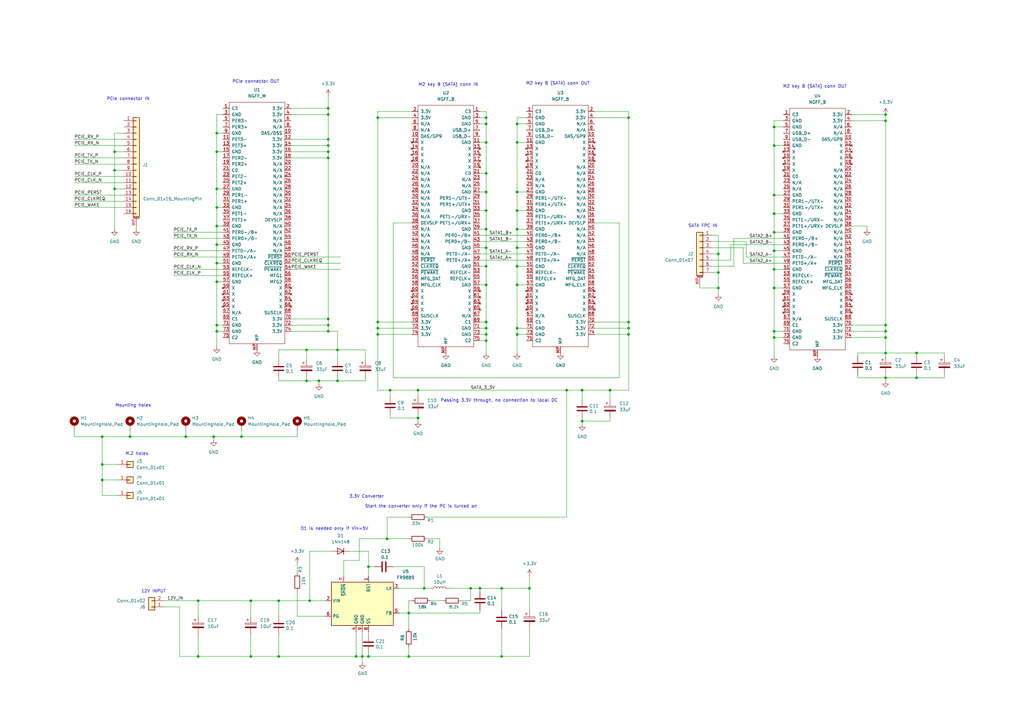
<source format=kicad_sch>
(kicad_sch (version 20250114) (generator "eeschema") (generator_version "9.0")
  (paper "A3")
  (text "PCIe connector OUT" (at 104.902 33.528 0) (effects (font (size 1.27 1.27))))
  (text "M2 key B (SATA) conn OUT" (at 334.264 35.56 0) (effects (font (size 1.27 1.27))))
  (text "Start the converter only if the PC is turned on" (at 172.72 207.772 0) (effects (font (size 1.27 1.27))))
  (text "M2 key B (SATA) conn OUT" (at 228.854 34.29 0) (effects (font (size 1.27 1.27))))
  (text "3.3V Converter" (at 150.368 203.708 0) (effects (font (size 1.27 1.27))))
  (text "Passing 3.3V through, no connection to local DC" (at 204.724 164.338 0) (effects (font (size 1.27 1.27))))
  (text "12V INPUT" (at 62.992 242.57 0) (effects (font (size 1.27 1.27))))
  (text "PCIe connector IN" (at 52.578 40.64 0) (effects (font (size 1.27 1.27))))
  (text "M.2 holes" (at 56.134 186.182 0) (effects (font (size 1.27 1.27))))
  (text "D1 is needed only if Vin=5V" (at 137.16 216.916 0) (effects (font (size 1.27 1.27))))
  (text "M2 key B (SATA) conn IN" (at 183.896 34.798 0) (effects (font (size 1.27 1.27))))
  (text "Mounting holes" (at 54.61 166.37 0) (effects (font (size 1.27 1.27))))
  (text "SATA FPC IN" (at 288.29 92.71 0) (effects (font (size 1.27 1.27))))
  (junction (at 199.39 101.6))
  (junction (at 294.64 104.14))
  (junction (at 212.09 86.36))
  (junction (at 125.73 143.51))
  (junction (at 205.74 241.3))
  (junction (at 199.39 71.12))
  (junction (at 199.39 116.84))
  (junction (at 88.9 133.35))
  (junction (at 127 246.38))
  (junction (at 134.62 133.35))
  (junction (at 154.94 134.62))
  (junction (at 146.05 269.24))
  (junction (at 81.28 269.24))
  (junction (at 53.34 179.07))
  (junction (at 199.39 48.26))
  (junction (at 148.59 269.24))
  (junction (at 212.09 58.42))
  (junction (at 134.62 135.89))
  (junction (at 88.9 107.95))
  (junction (at 114.3 246.38))
  (junction (at 154.94 48.26))
  (junction (at 294.64 118.11))
  (junction (at 114.3 269.24))
  (junction (at 134.62 44.45))
  (junction (at 257.81 132.08))
  (junction (at 199.39 50.8))
  (junction (at 130.81 156.21))
  (junction (at 199.39 58.42))
  (junction (at 134.62 57.15))
  (junction (at 171.45 160.02))
  (junction (at 317.5 102.87))
  (junction (at 41.91 190.5))
  (junction (at 238.76 160.02))
  (junction (at 212.09 93.98))
  (junction (at 76.2 179.07))
  (junction (at 363.22 49.53))
  (junction (at 250.19 160.02))
  (junction (at 160.02 160.02))
  (junction (at 363.22 133.35))
  (junction (at 257.81 134.62))
  (junction (at 193.04 241.3))
  (junction (at 46.99 62.23))
  (junction (at 134.62 64.77))
  (junction (at 199.39 132.08))
  (junction (at 134.62 59.69))
  (junction (at 317.5 95.25))
  (junction (at 199.39 109.22))
  (junction (at 257.81 48.26))
  (junction (at 294.64 111.76))
  (junction (at 46.99 77.47))
  (junction (at 88.9 77.47))
  (junction (at 212.09 137.16))
  (junction (at 363.22 135.89))
  (junction (at 138.43 143.51))
  (junction (at 212.09 78.74))
  (junction (at 41.91 179.07))
  (junction (at 363.22 154.94))
  (junction (at 363.22 144.78))
  (junction (at 125.73 156.21))
  (junction (at 87.63 179.07))
  (junction (at 317.5 87.63))
  (junction (at 238.76 172.72))
  (junction (at 199.39 93.98))
  (junction (at 212.09 101.6))
  (junction (at 317.5 52.07))
  (junction (at 158.75 220.98))
  (junction (at 46.99 69.85))
  (junction (at 171.45 171.45))
  (junction (at 363.22 46.99))
  (junction (at 102.87 246.38))
  (junction (at 134.62 62.23))
  (junction (at 88.9 100.33))
  (junction (at 232.41 160.02))
  (junction (at 317.5 80.01))
  (junction (at 196.85 241.3))
  (junction (at 154.94 132.08))
  (junction (at 317.5 118.11))
  (junction (at 88.9 135.89))
  (junction (at 88.9 92.71))
  (junction (at 134.62 46.99))
  (junction (at 173.99 241.3))
  (junction (at 317.5 59.69))
  (junction (at 257.81 137.16))
  (junction (at 199.39 139.7))
  (junction (at 212.09 116.84))
  (junction (at 375.92 154.94))
  (junction (at 375.92 144.78))
  (junction (at 99.06 179.07))
  (junction (at 317.5 110.49))
  (junction (at 151.13 269.24))
  (junction (at 88.9 62.23))
  (junction (at 205.74 269.24))
  (junction (at 88.9 115.57))
  (junction (at 88.9 85.09))
  (junction (at 199.39 134.62))
  (junction (at 88.9 54.61))
  (junction (at 41.91 196.85))
  (junction (at 151.13 232.41))
  (junction (at 317.5 135.89))
  (junction (at 199.39 137.16))
  (junction (at 217.17 241.3))
  (junction (at 167.64 251.46))
  (junction (at 81.28 246.38))
  (junction (at 317.5 138.43))
  (junction (at 138.43 156.21))
  (junction (at 199.39 86.36))
  (junction (at 102.87 269.24))
  (junction (at 199.39 78.74))
  (junction (at 212.09 50.8))
  (junction (at 154.94 137.16))
  (junction (at 212.09 109.22))
  (junction (at 363.22 138.43))
  (junction (at 134.62 130.81))
  (junction (at 212.09 134.62))
  (junction (at 167.64 269.24))
  (wire (pts (xy 76.2 179.07) (xy 87.63 179.07)))
  (wire (pts (xy 349.25 92.71) (xy 355.6 92.71)))
  (wire (pts (xy 88.9 100.33) (xy 91.44 100.33)))
  (wire (pts (xy 199.39 137.16) (xy 199.39 139.7)))
  (wire (pts (xy 127 226.06) (xy 135.89 226.06)))
  (wire (pts (xy 176.53 246.38) (xy 181.61 246.38)))
  (wire (pts (xy 88.9 107.95) (xy 88.9 115.57)))
  (wire (pts (xy 173.99 241.3) (xy 163.83 241.3)))
  (wire (pts (xy 205.74 241.3) (xy 217.17 241.3)))
  (wire (pts (xy 46.99 62.23) (xy 46.99 69.85)))
  (wire (pts (xy 76.2 176.53) (xy 76.2 179.07)))
  (wire (pts (xy 119.38 107.95) (xy 139.7 107.95)))
  (wire (pts (xy 119.38 135.89) (xy 134.62 135.89)))
  (wire (pts (xy 351.79 144.78) (xy 363.22 144.78)))
  (wire (pts (xy 88.9 135.89) (xy 91.44 135.89)))
  (wire (pts (xy 125.73 156.21) (xy 130.81 156.21)))
  (wire (pts (xy 88.9 77.47) (xy 88.9 85.09)))
  (wire (pts (xy 171.45 160.02) (xy 160.02 160.02)))
  (wire (pts (xy 217.17 236.22) (xy 217.17 241.3)))
  (wire (pts (xy 71.12 113.03) (xy 91.44 113.03)))
  (wire (pts (xy 196.85 137.16) (xy 199.39 137.16)))
  (wire (pts (xy 196.85 99.06) (xy 215.9 99.06)))
  (wire (pts (xy 257.81 48.26) (xy 257.81 132.08)))
  (wire (pts (xy 355.6 92.71) (xy 355.6 93.98)))
  (wire (pts (xy 81.28 246.38) (xy 102.87 246.38)))
  (wire (pts (xy 151.13 267.97) (xy 151.13 269.24)))
  (wire (pts (xy 243.84 132.08) (xy 257.81 132.08)))
  (wire (pts (xy 168.91 246.38) (xy 167.64 246.38)))
  (wire (pts (xy 167.64 246.38) (xy 167.64 251.46)))
  (wire (pts (xy 30.48 176.53) (xy 30.48 179.07)))
  (wire (pts (xy 387.35 144.78) (xy 375.92 144.78)))
  (wire (pts (xy 41.91 203.2) (xy 41.91 196.85)))
  (wire (pts (xy 304.8 101.6) (xy 304.8 107.95)))
  (wire (pts (xy 154.94 137.16) (xy 154.94 134.62)))
  (wire (pts (xy 134.62 44.45) (xy 134.62 46.99)))
  (wire (pts (xy 88.9 85.09) (xy 88.9 92.71)))
  (wire (pts (xy 71.12 102.87) (xy 91.44 102.87)))
  (wire (pts (xy 212.09 137.16) (xy 212.09 144.78)))
  (wire (pts (xy 148.59 269.24) (xy 148.59 259.08)))
  (wire (pts (xy 317.5 102.87) (xy 321.31 102.87)))
  (wire (pts (xy 88.9 62.23) (xy 91.44 62.23)))
  (wire (pts (xy 149.86 154.94) (xy 149.86 156.21)))
  (wire (pts (xy 196.85 132.08) (xy 199.39 132.08)))
  (wire (pts (xy 189.23 246.38) (xy 193.04 246.38)))
  (wire (pts (xy 81.28 269.24) (xy 102.87 269.24)))
  (wire (pts (xy 317.5 87.63) (xy 321.31 87.63)))
  (wire (pts (xy 217.17 241.3) (xy 217.17 250.19)))
  (wire (pts (xy 119.38 64.77) (xy 134.62 64.77)))
  (wire (pts (xy 138.43 135.89) (xy 134.62 135.89)))
  (wire (pts (xy 199.39 134.62) (xy 199.39 137.16)))
  (wire (pts (xy 212.09 134.62) (xy 212.09 137.16)))
  (wire (pts (xy 212.09 109.22) (xy 212.09 116.84)))
  (wire (pts (xy 199.39 71.12) (xy 199.39 78.74)))
  (wire (pts (xy 134.62 62.23) (xy 134.62 64.77)))
  (wire (pts (xy 125.73 154.94) (xy 125.73 156.21)))
  (wire (pts (xy 171.45 160.02) (xy 171.45 162.56)))
  (wire (pts (xy 349.25 133.35) (xy 363.22 133.35)))
  (wire (pts (xy 46.99 69.85) (xy 46.99 77.47)))
  (wire (pts (xy 134.62 133.35) (xy 134.62 135.89)))
  (wire (pts (xy 317.5 49.53) (xy 317.5 52.07)))
  (wire (pts (xy 257.81 137.16) (xy 257.81 160.02)))
  (wire (pts (xy 294.64 111.76) (xy 294.64 118.11)))
  (wire (pts (xy 163.83 251.46) (xy 167.64 251.46)))
  (wire (pts (xy 375.92 154.94) (xy 363.22 154.94)))
  (wire (pts (xy 304.8 107.95) (xy 321.31 107.95)))
  (wire (pts (xy 212.09 137.16) (xy 215.9 137.16)))
  (wire (pts (xy 121.92 176.53) (xy 121.92 179.07)))
  (wire (pts (xy 317.5 59.69) (xy 317.5 80.01)))
  (wire (pts (xy 114.3 246.38) (xy 127 246.38)))
  (wire (pts (xy 48.26 203.2) (xy 41.91 203.2)))
  (wire (pts (xy 138.43 135.89) (xy 138.43 143.51)))
  (wire (pts (xy 317.5 135.89) (xy 321.31 135.89)))
  (wire (pts (xy 53.34 179.07) (xy 76.2 179.07)))
  (wire (pts (xy 199.39 78.74) (xy 199.39 86.36)))
  (wire (pts (xy 143.51 226.06) (xy 151.13 226.06)))
  (wire (pts (xy 154.94 132.08) (xy 154.94 48.26)))
  (wire (pts (xy 121.92 231.14) (xy 121.92 234.95)))
  (wire (pts (xy 127 226.06) (xy 127 246.38)))
  (wire (pts (xy 212.09 93.98) (xy 215.9 93.98)))
  (wire (pts (xy 30.48 179.07) (xy 41.91 179.07)))
  (wire (pts (xy 317.5 118.11) (xy 321.31 118.11)))
  (wire (pts (xy 363.22 133.35) (xy 363.22 135.89)))
  (wire (pts (xy 119.38 110.49) (xy 139.7 110.49)))
  (wire (pts (xy 193.04 241.3) (xy 196.85 241.3)))
  (wire (pts (xy 196.85 96.52) (xy 215.9 96.52)))
  (wire (pts (xy 88.9 135.89) (xy 88.9 142.24)))
  (wire (pts (xy 254 91.44) (xy 254 154.94)))
  (wire (pts (xy 134.62 46.99) (xy 134.62 57.15)))
  (wire (pts (xy 151.13 226.06) (xy 151.13 232.41)))
  (wire (pts (xy 292.1 101.6) (xy 304.8 101.6)))
  (wire (pts (xy 140.97 236.22) (xy 140.97 229.87)))
  (wire (pts (xy 250.19 163.83) (xy 250.19 160.02)))
  (wire (pts (xy 30.48 72.39) (xy 50.8 72.39)))
  (wire (pts (xy 199.39 116.84) (xy 199.39 132.08)))
  (wire (pts (xy 173.99 232.41) (xy 173.99 241.3)))
  (wire (pts (xy 161.29 154.94) (xy 161.29 91.44)))
  (wire (pts (xy 212.09 78.74) (xy 212.09 86.36)))
  (wire (pts (xy 212.09 58.42) (xy 212.09 78.74)))
  (wire (pts (xy 363.22 46.99) (xy 363.22 49.53)))
  (wire (pts (xy 161.29 91.44) (xy 168.91 91.44)))
  (wire (pts (xy 114.3 143.51) (xy 125.73 143.51)))
  (wire (pts (xy 91.44 46.99) (xy 88.9 46.99)))
  (wire (pts (xy 134.62 130.81) (xy 134.62 133.35)))
  (wire (pts (xy 250.19 172.72) (xy 238.76 172.72)))
  (wire (pts (xy 88.9 115.57) (xy 88.9 133.35)))
  (wire (pts (xy 363.22 49.53) (xy 363.22 133.35)))
  (wire (pts (xy 175.26 212.09) (xy 232.41 212.09)))
  (wire (pts (xy 127 246.38) (xy 133.35 246.38)))
  (wire (pts (xy 88.9 100.33) (xy 88.9 107.95)))
  (wire (pts (xy 317.5 138.43) (xy 321.31 138.43)))
  (wire (pts (xy 114.3 252.73) (xy 114.3 246.38)))
  (wire (pts (xy 114.3 154.94) (xy 114.3 156.21)))
  (wire (pts (xy 134.62 57.15) (xy 134.62 59.69)))
  (wire (pts (xy 349.25 135.89) (xy 363.22 135.89)))
  (wire (pts (xy 193.04 246.38) (xy 193.04 241.3)))
  (wire (pts (xy 149.86 156.21) (xy 138.43 156.21)))
  (wire (pts (xy 199.39 132.08) (xy 199.39 134.62)))
  (wire (pts (xy 88.9 46.99) (xy 88.9 54.61)))
  (wire (pts (xy 102.87 246.38) (xy 102.87 252.73)))
  (wire (pts (xy 88.9 92.71) (xy 91.44 92.71)))
  (wire (pts (xy 161.29 232.41) (xy 173.99 232.41)))
  (wire (pts (xy 212.09 50.8) (xy 212.09 58.42)))
  (wire (pts (xy 196.85 104.14) (xy 215.9 104.14)))
  (wire (pts (xy 317.5 118.11) (xy 317.5 135.89)))
  (wire (pts (xy 199.39 109.22) (xy 199.39 116.84)))
  (wire (pts (xy 81.28 246.38) (xy 81.28 252.73)))
  (wire (pts (xy 375.92 153.67) (xy 375.92 154.94)))
  (wire (pts (xy 349.25 49.53) (xy 363.22 49.53)))
  (wire (pts (xy 53.34 176.53) (xy 53.34 179.07)))
  (wire (pts (xy 41.91 190.5) (xy 48.26 190.5)))
  (wire (pts (xy 205.74 241.3) (xy 205.74 250.19)))
  (wire (pts (xy 321.31 49.53) (xy 317.5 49.53)))
  (wire (pts (xy 88.9 133.35) (xy 88.9 135.89)))
  (wire (pts (xy 196.85 71.12) (xy 199.39 71.12)))
  (wire (pts (xy 154.94 45.72) (xy 168.91 45.72)))
  (wire (pts (xy 88.9 54.61) (xy 88.9 62.23)))
  (wire (pts (xy 299.72 100.33) (xy 321.31 100.33)))
  (wire (pts (xy 351.79 154.94) (xy 363.22 154.94)))
  (wire (pts (xy 30.48 85.09) (xy 50.8 85.09)))
  (wire (pts (xy 73.66 269.24) (xy 81.28 269.24)))
  (wire (pts (xy 167.64 251.46) (xy 167.64 257.81)))
  (wire (pts (xy 243.84 45.72) (xy 257.81 45.72)))
  (wire (pts (xy 317.5 138.43) (xy 317.5 146.05)))
  (wire (pts (xy 134.62 59.69) (xy 134.62 62.23)))
  (wire (pts (xy 254 154.94) (xy 161.29 154.94)))
  (wire (pts (xy 196.85 251.46) (xy 196.85 250.19)))
  (wire (pts (xy 173.99 241.3) (xy 176.53 241.3)))
  (wire (pts (xy 363.22 144.78) (xy 363.22 146.05)))
  (wire (pts (xy 114.3 156.21) (xy 125.73 156.21)))
  (wire (pts (xy 30.48 74.93) (xy 50.8 74.93)))
  (wire (pts (xy 138.43 154.94) (xy 138.43 156.21)))
  (wire (pts (xy 217.17 269.24) (xy 205.74 269.24)))
  (wire (pts (xy 349.25 46.99) (xy 363.22 46.99)))
  (wire (pts (xy 41.91 196.85) (xy 48.26 196.85)))
  (wire (pts (xy 71.12 97.79) (xy 91.44 97.79)))
  (wire (pts (xy 148.59 269.24) (xy 148.59 271.78)))
  (wire (pts (xy 102.87 260.35) (xy 102.87 269.24)))
  (wire (pts (xy 287.02 118.11) (xy 294.64 118.11)))
  (wire (pts (xy 146.05 259.08) (xy 146.05 269.24)))
  (wire (pts (xy 147.32 220.98) (xy 158.75 220.98)))
  (wire (pts (xy 238.76 171.45) (xy 238.76 172.72)))
  (wire (pts (xy 212.09 116.84) (xy 212.09 134.62)))
  (wire (pts (xy 102.87 269.24) (xy 114.3 269.24)))
  (wire (pts (xy 317.5 59.69) (xy 321.31 59.69)))
  (wire (pts (xy 232.41 212.09) (xy 232.41 160.02)))
  (wire (pts (xy 41.91 190.5) (xy 41.91 179.07)))
  (wire (pts (xy 212.09 109.22) (xy 215.9 109.22)))
  (wire (pts (xy 250.19 160.02) (xy 257.81 160.02)))
  (wire (pts (xy 50.8 54.61) (xy 46.99 54.61)))
  (wire (pts (xy 317.5 87.63) (xy 317.5 95.25)))
  (wire (pts (xy 205.74 269.24) (xy 167.64 269.24)))
  (wire (pts (xy 196.85 50.8) (xy 199.39 50.8)))
  (wire (pts (xy 196.85 116.84) (xy 199.39 116.84)))
  (wire (pts (xy 317.5 80.01) (xy 321.31 80.01)))
  (wire (pts (xy 154.94 134.62) (xy 154.94 132.08)))
  (wire (pts (xy 196.85 45.72) (xy 199.39 45.72)))
  (wire (pts (xy 102.87 246.38) (xy 114.3 246.38)))
  (wire (pts (xy 121.92 252.73) (xy 133.35 252.73)))
  (wire (pts (xy 41.91 179.07) (xy 53.34 179.07)))
  (wire (pts (xy 147.32 229.87) (xy 147.32 220.98)))
  (wire (pts (xy 154.94 48.26) (xy 154.94 45.72)))
  (wire (pts (xy 196.85 241.3) (xy 196.85 242.57)))
  (wire (pts (xy 88.9 92.71) (xy 88.9 100.33)))
  (wire (pts (xy 171.45 171.45) (xy 171.45 172.72)))
  (wire (pts (xy 387.35 154.94) (xy 375.92 154.94)))
  (wire (pts (xy 125.73 147.32) (xy 125.73 143.51)))
  (wire (pts (xy 375.92 144.78) (xy 363.22 144.78)))
  (wire (pts (xy 306.07 105.41) (xy 321.31 105.41)))
  (wire (pts (xy 158.75 220.98) (xy 167.64 220.98)))
  (wire (pts (xy 363.22 135.89) (xy 363.22 138.43)))
  (wire (pts (xy 167.64 251.46) (xy 196.85 251.46)))
  (wire (pts (xy 243.84 137.16) (xy 257.81 137.16)))
  (wire (pts (xy 88.9 107.95) (xy 91.44 107.95)))
  (wire (pts (xy 88.9 54.61) (xy 91.44 54.61)))
  (wire (pts (xy 317.5 52.07) (xy 321.31 52.07)))
  (wire (pts (xy 199.39 101.6) (xy 199.39 109.22)))
  (wire (pts (xy 138.43 143.51) (xy 138.43 147.32)))
  (wire (pts (xy 180.34 220.98) (xy 180.34 224.79)))
  (wire (pts (xy 46.99 62.23) (xy 50.8 62.23)))
  (wire (pts (xy 212.09 78.74) (xy 215.9 78.74)))
  (wire (pts (xy 232.41 160.02) (xy 171.45 160.02)))
  (wire (pts (xy 88.9 115.57) (xy 91.44 115.57)))
  (wire (pts (xy 196.85 109.22) (xy 199.39 109.22)))
  (wire (pts (xy 30.48 82.55) (xy 50.8 82.55)))
  (wire (pts (xy 154.94 160.02) (xy 154.94 137.16)))
  (wire (pts (xy 151.13 259.08) (xy 151.13 260.35)))
  (wire (pts (xy 149.86 143.51) (xy 149.86 147.32)))
  (wire (pts (xy 212.09 48.26) (xy 212.09 50.8)))
  (wire (pts (xy 158.75 212.09) (xy 158.75 220.98)))
  (wire (pts (xy 287.02 116.84) (xy 287.02 118.11)))
  (wire (pts (xy 71.12 110.49) (xy 91.44 110.49)))
  (wire (pts (xy 317.5 95.25) (xy 321.31 95.25)))
  (wire (pts (xy 292.1 104.14) (xy 294.64 104.14)))
  (wire (pts (xy 215.9 48.26) (xy 212.09 48.26)))
  (wire (pts (xy 30.48 59.69) (xy 50.8 59.69)))
  (wire (pts (xy 138.43 156.21) (xy 130.81 156.21)))
  (wire (pts (xy 167.64 212.09) (xy 158.75 212.09)))
  (wire (pts (xy 387.35 153.67) (xy 387.35 154.94)))
  (wire (pts (xy 119.38 105.41) (xy 139.7 105.41)))
  (wire (pts (xy 294.64 118.11) (xy 294.64 120.65)))
  (wire (pts (xy 257.81 134.62) (xy 257.81 137.16)))
  (wire (pts (xy 46.99 77.47) (xy 50.8 77.47)))
  (wire (pts (xy 119.38 130.81) (xy 134.62 130.81)))
  (wire (pts (xy 196.85 139.7) (xy 199.39 139.7)))
  (wire (pts (xy 114.3 147.32) (xy 114.3 143.51)))
  (wire (pts (xy 212.09 116.84) (xy 215.9 116.84)))
  (wire (pts (xy 250.19 171.45) (xy 250.19 172.72)))
  (wire (pts (xy 134.62 64.77) (xy 134.62 130.81)))
  (wire (pts (xy 317.5 95.25) (xy 317.5 102.87)))
  (wire (pts (xy 317.5 102.87) (xy 317.5 110.49)))
  (wire (pts (xy 46.99 69.85) (xy 50.8 69.85)))
  (wire (pts (xy 317.5 110.49) (xy 321.31 110.49)))
  (wire (pts (xy 151.13 269.24) (xy 148.59 269.24)))
  (wire (pts (xy 119.38 62.23) (xy 134.62 62.23)))
  (wire (pts (xy 317.5 80.01) (xy 317.5 87.63)))
  (wire (pts (xy 167.64 269.24) (xy 151.13 269.24)))
  (wire (pts (xy 67.31 248.92) (xy 73.66 248.92)))
  (wire (pts (xy 114.3 269.24) (xy 146.05 269.24)))
  (wire (pts (xy 199.39 86.36) (xy 199.39 93.98)))
  (wire (pts (xy 317.5 135.89) (xy 317.5 138.43)))
  (wire (pts (xy 30.48 64.77) (xy 50.8 64.77)))
  (wire (pts (xy 351.79 153.67) (xy 351.79 154.94)))
  (wire (pts (xy 292.1 111.76) (xy 294.64 111.76)))
  (wire (pts (xy 212.09 134.62) (xy 215.9 134.62)))
  (wire (pts (xy 292.1 96.52) (xy 294.64 96.52)))
  (wire (pts (xy 119.38 46.99) (xy 134.62 46.99)))
  (wire (pts (xy 41.91 196.85) (xy 41.91 190.5)))
  (wire (pts (xy 121.92 242.57) (xy 121.92 252.73)))
  (wire (pts (xy 199.39 45.72) (xy 199.39 48.26)))
  (wire (pts (xy 199.39 139.7) (xy 199.39 144.78)))
  (wire (pts (xy 71.12 105.41) (xy 91.44 105.41)))
  (wire (pts (xy 351.79 146.05) (xy 351.79 144.78)))
  (wire (pts (xy 87.63 179.07) (xy 99.06 179.07)))
  (wire (pts (xy 196.85 58.42) (xy 199.39 58.42)))
  (wire (pts (xy 154.94 48.26) (xy 168.91 48.26)))
  (wire (pts (xy 140.97 229.87) (xy 147.32 229.87)))
  (wire (pts (xy 87.63 179.07) (xy 87.63 180.34)))
  (wire (pts (xy 243.84 48.26) (xy 257.81 48.26)))
  (wire (pts (xy 99.06 176.53) (xy 99.06 179.07)))
  (wire (pts (xy 119.38 133.35) (xy 134.62 133.35)))
  (wire (pts (xy 196.85 48.26) (xy 199.39 48.26)))
  (wire (pts (xy 196.85 86.36) (xy 199.39 86.36)))
  (wire (pts (xy 349.25 138.43) (xy 363.22 138.43)))
  (wire (pts (xy 294.64 104.14) (xy 294.64 111.76)))
  (wire (pts (xy 292.1 106.68) (xy 299.72 106.68)))
  (wire (pts (xy 317.5 52.07) (xy 317.5 59.69)))
  (wire (pts (xy 119.38 44.45) (xy 134.62 44.45)))
  (wire (pts (xy 151.13 236.22) (xy 151.13 232.41)))
  (wire (pts (xy 196.85 106.68) (xy 215.9 106.68)))
  (wire (pts (xy 243.84 91.44) (xy 254 91.44)))
  (wire (pts (xy 212.09 50.8) (xy 215.9 50.8)))
  (wire (pts (xy 199.39 48.26) (xy 199.39 50.8)))
  (wire (pts (xy 119.38 59.69) (xy 134.62 59.69)))
  (wire (pts (xy 217.17 257.81) (xy 217.17 269.24)))
  (wire (pts (xy 151.13 232.41) (xy 153.67 232.41)))
  (wire (pts (xy 199.39 58.42) (xy 199.39 71.12)))
  (wire (pts (xy 317.5 110.49) (xy 317.5 118.11)))
  (wire (pts (xy 73.66 248.92) (xy 73.66 269.24)))
  (wire (pts (xy 238.76 172.72) (xy 238.76 173.99)))
  (wire (pts (xy 212.09 58.42) (xy 215.9 58.42)))
  (wire (pts (xy 30.48 57.15) (xy 50.8 57.15)))
  (wire (pts (xy 88.9 85.09) (xy 91.44 85.09)))
  (wire (pts (xy 257.81 132.08) (xy 257.81 134.62)))
  (wire (pts (xy 257.81 45.72) (xy 257.81 48.26)))
  (wire (pts (xy 212.09 101.6) (xy 215.9 101.6)))
  (wire (pts (xy 88.9 133.35) (xy 91.44 133.35)))
  (wire (pts (xy 196.85 134.62) (xy 199.39 134.62)))
  (wire (pts (xy 160.02 160.02) (xy 160.02 162.56)))
  (wire (pts (xy 134.62 39.37) (xy 134.62 44.45)))
  (wire (pts (xy 154.94 137.16) (xy 168.91 137.16)))
  (wire (pts (xy 119.38 57.15) (xy 134.62 57.15)))
  (wire (pts (xy 196.85 101.6) (xy 199.39 101.6)))
  (wire (pts (xy 299.72 106.68) (xy 299.72 100.33)))
  (wire (pts (xy 154.94 132.08) (xy 168.91 132.08)))
  (wire (pts (xy 67.31 246.38) (xy 81.28 246.38)))
  (wire (pts (xy 196.85 78.74) (xy 199.39 78.74)))
  (wire (pts (xy 212.09 86.36) (xy 215.9 86.36)))
  (wire (pts (xy 199.39 93.98) (xy 199.39 101.6)))
  (wire (pts (xy 243.84 134.62) (xy 257.81 134.62)))
  (wire (pts (xy 387.35 146.05) (xy 387.35 144.78)))
  (wire (pts (xy 212.09 93.98) (xy 212.09 101.6)))
  (wire (pts (xy 300.99 97.79) (xy 321.31 97.79)))
  (wire (pts (xy 205.74 257.81) (xy 205.74 269.24)))
  (wire (pts (xy 88.9 77.47) (xy 91.44 77.47)))
  (wire (pts (xy 81.28 260.35) (xy 81.28 269.24)))
  (wire (pts (xy 238.76 160.02) (xy 250.19 160.02)))
  (wire (pts (xy 363.22 153.67) (xy 363.22 154.94)))
  (wire (pts (xy 375.92 144.78) (xy 375.92 146.05)))
  (wire (pts (xy 184.15 241.3) (xy 193.04 241.3)))
  (wire (pts (xy 212.09 101.6) (xy 212.09 109.22)))
  (wire (pts (xy 55.88 92.71) (xy 55.88 93.98)))
  (wire (pts (xy 46.99 77.47) (xy 46.99 93.98)))
  (wire (pts (xy 196.85 93.98) (xy 199.39 93.98)))
  (wire (pts (xy 212.09 86.36) (xy 212.09 93.98)))
  (wire (pts (xy 125.73 143.51) (xy 138.43 143.51)))
  (wire (pts (xy 130.81 156.21) (xy 130.81 157.48)))
  (wire (pts (xy 30.48 67.31) (xy 50.8 67.31)))
  (wire (pts (xy 294.64 96.52) (xy 294.64 104.14)))
  (wire (pts (xy 160.02 160.02) (xy 154.94 160.02)))
  (wire (pts (xy 114.3 260.35) (xy 114.3 269.24)))
  (wire (pts (xy 363.22 138.43) (xy 363.22 144.78)))
  (wire (pts (xy 88.9 62.23) (xy 88.9 77.47)))
  (wire (pts (xy 171.45 170.18) (xy 171.45 171.45)))
  (wire (pts (xy 99.06 179.07) (xy 121.92 179.07)))
  (wire (pts (xy 175.26 220.98) (xy 180.34 220.98)))
  (wire (pts (xy 300.99 109.22) (xy 300.99 97.79)))
  (wire (pts (xy 292.1 109.22) (xy 300.99 109.22)))
  (wire (pts (xy 146.05 269.24) (xy 148.59 269.24)))
  (wire (pts (xy 196.85 241.3) (xy 205.74 241.3)))
  (wire (pts (xy 292.1 99.06) (xy 306.07 99.06)))
  (wire (pts (xy 238.76 160.02) (xy 232.41 160.02)))
  (wire (pts (xy 138.43 143.51) (xy 149.86 143.51)))
  (wire (pts (xy 160.02 170.18) (xy 160.02 171.45)))
  (wire (pts (xy 363.22 154.94) (xy 363.22 156.21)))
  (wire (pts (xy 160.02 171.45) (xy 171.45 171.45)))
  (wire (pts (xy 199.39 50.8) (xy 199.39 58.42)))
  (wire (pts (xy 306.07 105.41) (xy 306.07 99.06)))
  (wire (pts (xy 46.99 54.61) (xy 46.99 62.23)))
  (wire (pts (xy 71.12 95.25) (xy 91.44 95.25)))
  (wire (pts (xy 30.48 80.01) (xy 50.8 80.01)))
  (wire (pts (xy 167.64 265.43) (xy 167.64 269.24)))
  (wire (pts (xy 238.76 160.02) (xy 238.76 163.83)))
  (wire (pts (xy 154.94 134.62) (xy 168.91 134.62)))
  (label "SATA2_B-" (at 307.34 100.33 0))
  (label "PCIE_CLKREQ" (at 119.38 107.95 0))
  (label "PCIE_CLKREQ" (at 30.48 82.55 0))
  (label "PCIE_WAKE" (at 30.48 85.09 0))
  (label "PCIE_RX_N" (at 30.48 59.69 0))
  (label "PCIE_PERST" (at 119.38 105.41 0))
  (label "PCIE_RX_N" (at 71.12 105.41 0))
  (label "PCIE_TX_N" (at 30.48 67.31 0))
  (label "SATA2_A-" (at 307.34 105.41 0))
  (label "PCIE_CLK_N" (at 71.12 110.49 0))
  (label "PCIE_CLK_P" (at 71.12 113.03 0))
  (label "12V_IN" (at 68.58 246.38 0))
  (label "PCIE_RX_P" (at 71.12 102.87 0))
  (label "SATA_3_3V" (at 193.04 160.02 0))
  (label "PCIE_CLK_N" (at 30.48 74.93 0))
  (label "PCIE_PERST" (at 30.48 80.01 0))
  (label "PCIE_RX_P" (at 30.48 57.15 0))
  (label "PCIE_WAKE" (at 119.38 110.49 0))
  (label "PCIE_TX_P" (at 30.48 64.77 0))
  (label "SATA1_B+" (at 200.66 96.52 0))
  (label "SATA1_B-" (at 200.66 99.06 0))
  (label "SATA1_A+" (at 200.66 106.68 0))
  (label "SATA1_A-" (at 200.66 104.14 0))
  (label "PCIE_TX_P" (at 71.12 95.25 0))
  (label "SATA2_A+" (at 307.34 107.95 0))
  (label "PCIE_CLK_P" (at 30.48 72.39 0))
  (label "PCIE_TX_N" (at 71.12 97.79 0))
  (label "SATA2_B+" (at 307.34 97.79 0))
  (symbol (lib_id "Device:C") (at 157.48 232.41 90) (unit 1)
    (property "Reference" "C13" (at 156.21 226.06 90) (effects (justify right)))
    (property "Value" "0.1" (at 156.21 228.6 90) (effects (justify right)))
    (property "Footprint" "Capacitor_SMD:C_1206_3216Metric_Pad1.33x1.80mm_HandSolder" (effects (hide yes)))
    (property "Sim.Device" "C" (effects (hide yes)))
    (property "Sim.Pins" "1=+ 2=-" (effects (hide yes)))
  )
  (symbol (lib_id "Device:C") (at 160.02 166.37 0) (unit 1)
    (property "Reference" "C9" (at 162.941 165.2016 0) (effects (justify left)))
    (property "Value" "0.1" (at 162.941 167.513 0) (effects (justify left)))
    (property "Footprint" "Capacitor_SMD:C_1206_3216Metric_Pad1.33x1.80mm_HandSolder" (effects (hide yes)))
  )
  (symbol (lib_id "user_lib:FR9889") (at 148.59 246.38 0) (unit 1)
    (property "Reference" "U5" (at 166.37 234.3719 0))
    (property "Value" "FR9889" (at 166.37 236.9119 0))
    (property "Footprint" "Package_SO:HSOP-8-1EP_3.9x4.9mm_P1.27mm_EP2.41x3.1mm_ThermalVias" (effects (hide yes)))
    (property "Datasheet" "https://datasheet.lcsc.com/lcsc/2004210832_Fitipower-Integrated-Tech-FR9889SPCTR_C516194.pdf" (effects (hide yes)))
  )
  (symbol (lib_id "power:GND") (at 171.45 172.72 0) (unit 1)
    (property "Reference" "#PWR016" (effects (hide yes)))
    (property "Value" "GND" (at 171.45 177.8 0))
    (property "Description" "Power symbol creates a global label with name \"GND\" , ground" (effects (hide yes)))
  )
  (symbol (lib_id "Connector_Generic:Conn_01x01") (at 53.34 196.85 0) (unit 1)
    (property "Reference" "J4" (at 55.88 195.5799 0) (effects (justify left)))
    (property "Value" "Conn_01x01" (at 55.88 198.1199 0) (effects (justify left)))
    (property "Footprint" "user_lib:M.2-Card_boundaries" (effects (hide yes)))
    (property "Description" "Generic connector, single row, 01x01, script generated (kicad-library-utils/schlib/autogen/connector/)" (effects (hide yes)))
  )
  (symbol (lib_id "Device:C") (at 196.85 246.38 0) (unit 1)
    (property "Reference" "C14" (at 199.771 245.2116 0) (effects (justify left)))
    (property "Value" "0.1" (at 199.771 247.523 0) (effects (justify left)))
    (property "Footprint" "Capacitor_SMD:C_1206_3216Metric_Pad1.33x1.80mm_HandSolder" (effects (hide yes)))
  )
  (symbol (lib_id "power:+3.3V") (at 121.92 231.14 0) (unit 1)
    (property "Reference" "#PWR019" (effects (hide yes)))
    (property "Value" "+3.3V" (at 121.92 226.06 0))
    (property "Description" "Power symbol creates a global label with name \"+3.3V\"" (effects (hide yes)))
  )
  (symbol (lib_id "Mechanical:MountingHole_Pad") (at 53.34 173.99 0) (unit 1) (in_bom no)
    (property "Reference" "H2" (at 55.88 171.4499 0) (effects (justify left)))
    (property "Value" "MountingHole_Pad" (at 55.88 173.9899 0) (effects (justify left)))
    (property "Footprint" "MountingHole:MountingHole_3.2mm_M3_ISO7380_Pad" (effects (hide yes)))
    (property "Description" "Mounting Hole with connection" (effects (hide yes)))
  )
  (symbol (lib_id "Device:C_Polarized") (at 363.22 149.86 0) (unit 1)
    (property "Reference" "C2" (at 367.03 147.701 0) (effects (justify left)))
    (property "Value" "33uF" (at 367.03 150.241 0) (effects (justify left)))
    (property "Footprint" "Capacitor_SMD:C_1206_3216Metric_Pad1.33x1.80mm_HandSolder" (effects (hide yes)))
  )
  (symbol (lib_id "Diode:1N4148") (at 139.7 226.06 0) (mirror y) (unit 1)
    (property "Reference" "D1" (at 139.7 219.71 0))
    (property "Value" "1N4148" (at 139.7 222.25 0))
    (property "Footprint" "Diode_SMD:D_1206_3216Metric_Pad1.42x1.75mm_HandSolder" (effects (hide yes)))
    (property "Datasheet" "https://assets.nexperia.com/documents/data-sheet/1N4148_1N4448.pdf" (effects (hide yes)))
    (property "Sim.Device" "D" (effects (hide yes)))
    (property "Sim.Pins" "1=K 2=A" (effects (hide yes)))
  )
  (symbol (lib_id "Device:C") (at 114.3 256.54 0) (unit 1)
    (property "Reference" "C20" (at 117.221 255.3716 0) (effects (justify left)))
    (property "Value" "0.1" (at 117.221 257.683 0) (effects (justify left)))
    (property "Footprint" "Capacitor_SMD:C_1206_3216Metric_Pad1.33x1.80mm_HandSolder" (effects (hide yes)))
  )
  (symbol (lib_id "Device:C_Polarized") (at 387.35 149.86 0) (unit 1)
    (property "Reference" "C4" (at 391.16 147.701 0) (effects (justify left)))
    (property "Value" "33uF" (at 391.16 150.241 0) (effects (justify left)))
    (property "Footprint" "Capacitor_SMD:C_1206_3216Metric_Pad1.33x1.80mm_HandSolder" (effects (hide yes)))
  )
  (symbol (lib_id "user_library:NGFF_B") (at 335.28 78.74 0) (unit 1)
    (property "Reference" "U4" (at 335.28 39.37 0))
    (property "Value" "NGFF_B" (at 335.28 41.91 0))
    (property "Footprint" "user_lib:Conn_TE-M.2-0.5-67P-doublesided_TypeB" (effects (hide yes)))
  )
  (symbol (lib_id "Device:C") (at 151.13 264.16 0) (unit 1)
    (property "Reference" "C21" (at 154.051 262.9916 0) (effects (justify left)))
    (property "Value" "0.1" (at 154.051 265.303 0) (effects (justify left)))
    (property "Footprint" "Capacitor_SMD:C_1206_3216Metric_Pad1.33x1.80mm_HandSolder" (effects (hide yes)))
  )
  (symbol (lib_id "power:GND") (at 363.22 156.21 0) (unit 1)
    (property "Reference" "#PWR014" (effects (hide yes)))
    (property "Value" "GND" (at 363.22 161.29 0))
    (property "Description" "Power symbol creates a global label with name \"GND\" , ground" (effects (hide yes)))
  )
  (symbol (lib_id "power:GND") (at 87.63 180.34 0) (unit 1)
    (property "Reference" "#PWR018" (effects (hide yes)))
    (property "Value" "GND" (at 87.63 185.42 0))
    (property "Description" "Power symbol creates a global label with name \"GND\" , ground" (effects (hide yes)))
  )
  (symbol (lib_id "power:GND") (at 130.81 157.48 0) (unit 1)
    (property "Reference" "#PWR015" (effects (hide yes)))
    (property "Value" "GND" (at 130.81 162.56 0))
    (property "Description" "Power symbol creates a global label with name \"GND\" , ground" (effects (hide yes)))
  )
  (symbol (lib_id "power:GND") (at 294.64 120.65 0) (unit 1)
    (property "Reference" "#PWR05" (effects (hide yes)))
    (property "Value" "GND" (at 294.64 125.73 0))
    (property "Description" "Power symbol creates a global label with name \"GND\" , ground" (effects (hide yes)))
  )
  (symbol (lib_id "user_library:NGFF_B") (at 229.87 77.47 0) (unit 1)
    (property "Reference" "U3" (at 229.87 38.1 0))
    (property "Value" "NGFF_B" (at 229.87 40.64 0))
    (property "Footprint" "user_lib:Conn_TE-M.2-0.5-67P-doublesided_TypeB" (effects (hide yes)))
  )
  (symbol (lib_id "Device:R") (at 121.92 238.76 0) (unit 1)
    (property "Reference" "R3" (at 123.19 234.95 90) (effects (justify left)))
    (property "Value" "10k" (at 124.46 240.03 90) (effects (justify left)))
    (property "Footprint" "Resistor_SMD:R_1206_3216Metric_Pad1.30x1.75mm_HandSolder" (effects (hide yes)))
  )
  (symbol (lib_id "Device:R") (at 171.45 212.09 270) (unit 1)
    (property "Reference" "R1" (at 175.26 213.36 90) (effects (justify left)))
    (property "Value" "33k" (at 168.91 214.63 90) (effects (justify left)))
    (property "Footprint" "Resistor_SMD:R_1206_3216Metric_Pad1.30x1.75mm_HandSolder" (effects (hide yes)))
  )
  (symbol (lib_id "Connector_Generic_MountingPin:Conn_01x16_MountingPin") (at 55.88 67.31 0) (unit 1)
    (property "Reference" "J1" (at 58.42 67.6655 0) (effects (justify left)))
    (property "Value" "Conn_01x16_MountingPin" (at 58.674 81.534 0) (effects (justify left)))
    (property "Footprint" "Connector_FFC-FPC:Amphenol_F32Q-1A7x1-11016_1x16-1MP_P0.5mm_Horizontal" (effects (hide yes)))
    (property "Description" "Generic connectable mounting pin connector, single row, 01x16, script generated (kicad-library-utils/schlib/autogen/connector/)" (effects (hide yes)))
  )
  (symbol (lib_id "Connector_Generic:Conn_01x01") (at 53.34 190.5 0) (unit 1)
    (property "Reference" "J3" (at 55.88 189.2299 0) (effects (justify left)))
    (property "Value" "Conn_01x01" (at 55.88 191.7699 0) (effects (justify left)))
    (property "Footprint" "user_lib:M.2-Card_boundaries" (effects (hide yes)))
    (property "Description" "Generic connector, single row, 01x01, script generated (kicad-library-utils/schlib/autogen/connector/)" (effects (hide yes)))
  )
  (symbol (lib_id "Device:C") (at 238.76 167.64 0) (unit 1)
    (property "Reference" "C11" (at 241.681 166.4716 0) (effects (justify left)))
    (property "Value" "0.1" (at 241.681 168.783 0) (effects (justify left)))
    (property "Footprint" "Capacitor_SMD:C_1206_3216Metric_Pad1.33x1.80mm_HandSolder" (effects (hide yes)))
  )
  (symbol (lib_id "power:+3.3V") (at 217.17 236.22 0) (unit 1)
    (property "Reference" "#PWR020" (effects (hide yes)))
    (property "Value" "+3.3V" (at 217.17 231.14 0))
    (property "Description" "Power symbol creates a global label with name \"+3.3V\"" (effects (hide yes)))
  )
  (symbol (lib_id "power:GND") (at 355.6 93.98 0) (unit 1)
    (property "Reference" "#PWR022" (effects (hide yes)))
    (property "Value" "GND" (at 355.6 99.06 0))
    (property "Description" "Power symbol creates a global label with name \"GND\" , ground" (effects (hide yes)))
  )
  (symbol (lib_id "power:+3.3V") (at 363.22 46.99 0) (unit 1)
    (property "Reference" "#PWR02" (effects (hide yes)))
    (property "Value" "+3.3V" (at 363.22 41.91 0))
    (property "Description" "Power symbol creates a global label with name \"+3.3V\"" (effects (hide yes)))
  )
  (symbol (lib_id "Device:C") (at 138.43 151.13 0) (unit 1)
    (property "Reference" "C7" (at 141.351 149.9616 0) (effects (justify left)))
    (property "Value" "0.1" (at 141.351 152.273 0) (effects (justify left)))
    (property "Footprint" "Capacitor_SMD:C_1206_3216Metric_Pad1.33x1.80mm_HandSolder" (effects (hide yes)))
  )
  (symbol (lib_id "Device:L") (at 180.34 241.3 90) (unit 1)
    (property "Reference" "L1" (at 180.34 236.22 90))
    (property "Value" "10uH" (at 180.34 238.76 90))
    (property "Footprint" "Inductor_SMD:L_Wuerth_HCI-1040" (effects (hide yes)))
  )
  (symbol (lib_id "Device:C_Polarized") (at 102.87 256.54 0) (unit 1)
    (property "Reference" "C19" (at 106.68 254.3809 0) (effects (justify left)))
    (property "Value" "10uF" (at 106.68 256.9209 0) (effects (justify left)))
    (property "Footprint" "Capacitor_Tantalum_SMD:CP_EIA-6032-28_Kemet-C_HandSolder" (effects (hide yes)))
  )
  (symbol (lib_id "Mechanical:MountingHole_Pad") (at 76.2 173.99 0) (unit 1) (in_bom no)
    (property "Reference" "H3" (at 78.74 171.4499 0) (effects (justify left)))
    (property "Value" "MountingHole_Pad" (at 78.74 173.9899 0) (effects (justify left)))
    (property "Footprint" "MountingHole:MountingHole_3.2mm_M3_ISO7380_Pad" (effects (hide yes)))
    (property "Description" "Mounting Hole with connection" (effects (hide yes)))
  )
  (symbol (lib_id "Device:R") (at 167.64 261.62 0) (unit 1)
    (property "Reference" "R6" (at 165.1 262.89 90) (effects (justify left)))
    (property "Value" "10k" (at 170.18 262.89 90) (effects (justify left)))
    (property "Footprint" "Resistor_SMD:R_1206_3216Metric_Pad1.30x1.75mm_HandSolder" (effects (hide yes)))
  )
  (symbol (lib_id "Mechanical:MountingHole_Pad") (at 99.06 173.99 0) (unit 1) (in_bom no)
    (property "Reference" "H4" (at 101.6 171.4499 0) (effects (justify left)))
    (property "Value" "MountingHole_Pad" (at 101.6 173.9899 0) (effects (justify left)))
    (property "Footprint" "MountingHole:MountingHole_3.2mm_M3_ISO7380_Pad" (effects (hide yes)))
    (property "Description" "Mounting Hole with connection" (effects (hide yes)))
  )
  (symbol (lib_id "Device:C") (at 114.3 151.13 0) (unit 1)
    (property "Reference" "C5" (at 117.221 149.9616 0) (effects (justify left)))
    (property "Value" "0.1" (at 117.221 152.273 0) (effects (justify left)))
    (property "Footprint" "Capacitor_SMD:C_1206_3216Metric_Pad1.33x1.80mm_HandSolder" (effects (hide yes)))
  )
  (symbol (lib_id "Device:C_Polarized") (at 217.17 254 0) (unit 1)
    (property "Reference" "C16" (at 220.98 251.841 0) (effects (justify left)))
    (property "Value" "33uF" (at 220.98 254.381 0) (effects (justify left)))
    (property "Footprint" "Capacitor_SMD:C_1206_3216Metric_Pad1.33x1.80mm_HandSolder" (effects (hide yes)))
  )
  (symbol (lib_id "Device:C_Polarized") (at 81.28 256.54 0) (unit 1)
    (property "Reference" "C17" (at 85.09 254.3809 0) (effects (justify left)))
    (property "Value" "10uF" (at 85.09 256.9209 0) (effects (justify left)))
    (property "Footprint" "Capacitor_Tantalum_SMD:CP_EIA-6032-28_Kemet-C_HandSolder" (effects (hide yes)))
  )
  (symbol (lib_id "power:GND") (at 238.76 173.99 0) (unit 1)
    (property "Reference" "#PWR017" (effects (hide yes)))
    (property "Value" "GND" (at 238.76 179.07 0))
    (property "Description" "Power symbol creates a global label with name \"GND\" , ground" (effects (hide yes)))
  )
  (symbol (lib_id "user_library:NGFF_M") (at 105.41 76.2 0) (unit 1)
    (property "Reference" "U1" (at 105.41 36.83 0))
    (property "Value" "NGFF_M" (at 105.41 39.37 0))
    (property "Footprint" "user_lib:Conn_TE-M.2-0.5-67P-doublesided_TypeM" (effects (hide yes)))
  )
  (symbol (lib_id "power:GND") (at 335.28 146.05 0) (unit 1)
    (property "Reference" "#PWR013" (effects (hide yes)))
    (property "Value" "GND" (at 335.28 151.13 0))
    (property "Description" "Power symbol creates a global label with name \"GND\" , ground" (effects (hide yes)))
  )
  (symbol (lib_id "Device:C_Polarized") (at 250.19 167.64 0) (unit 1)
    (property "Reference" "C12" (at 254 165.481 0) (effects (justify left)))
    (property "Value" "33uF" (at 254 168.021 0) (effects (justify left)))
    (property "Footprint" "Capacitor_SMD:C_1206_3216Metric_Pad1.33x1.80mm_HandSolder" (effects (hide yes)))
  )
  (symbol (lib_id "Connector_Generic:Conn_01x02") (at 62.23 248.92 180) (unit 1)
    (property "Reference" "J6" (at 59.69 248.9201 0) (effects (justify left)))
    (property "Value" "Conn_01x02" (at 59.69 246.3801 0) (effects (justify left)))
    (property "Footprint" "Connector_JST:JST_PH_S2B-PH-K_1x02_P2.00mm_Horizontal" (effects (hide yes)))
    (property "Description" "Generic connector, single row, 01x02, script generated (kicad-library-utils/schlib/autogen/connector/)" (effects (hide yes)))
  )
  (symbol (lib_id "Device:R") (at 172.72 246.38 270) (unit 1)
    (property "Reference" "R4" (at 176.53 247.65 90) (effects (justify left)))
    (property "Value" "18k" (at 171.45 248.92 90) (effects (justify left)))
    (property "Footprint" "Resistor_SMD:R_1206_3216Metric_Pad1.30x1.75mm_HandSolder" (effects (hide yes)))
  )
  (symbol (lib_id "power:GND") (at 55.88 93.98 0) (unit 1)
    (property "Reference" "#PWR04" (effects (hide yes)))
    (property "Value" "GND" (at 55.88 99.06 0))
    (property "Description" "Power symbol creates a global label with name \"GND\" , ground" (effects (hide yes)))
  )
  (symbol (lib_id "Device:C") (at 351.79 149.86 0) (unit 1)
    (property "Reference" "C1" (at 354.711 148.6916 0) (effects (justify left)))
    (property "Value" "0.1" (at 354.711 151.003 0) (effects (justify left)))
    (property "Footprint" "Capacitor_SMD:C_1206_3216Metric_Pad1.33x1.80mm_HandSolder" (effects (hide yes)))
  )
  (symbol (lib_id "Mechanical:MountingHole_Pad") (at 30.48 173.99 0) (unit 1) (in_bom no)
    (property "Reference" "H1" (at 33.02 171.4499 0) (effects (justify left)))
    (property "Value" "MountingHole_Pad" (at 33.02 173.9899 0) (effects (justify left)))
    (property "Footprint" "MountingHole:MountingHole_3.2mm_M3_ISO7380_Pad" (effects (hide yes)))
    (property "Description" "Mounting Hole with connection" (effects (hide yes)))
  )
  (symbol (lib_id "Device:C") (at 205.74 254 0) (unit 1)
    (property "Reference" "C15" (at 208.661 252.8316 0) (effects (justify left)))
    (property "Value" "0.1" (at 208.661 255.143 0) (effects (justify left)))
    (property "Footprint" "Capacitor_SMD:C_1206_3216Metric_Pad1.33x1.80mm_HandSolder" (effects (hide yes)))
  )
  (symbol (lib_id "Connector_Generic:Conn_01x01") (at 53.34 203.2 0) (unit 1)
    (property "Reference" "J5" (at 55.88 201.9299 0) (effects (justify left)))
    (property "Value" "Conn_01x01" (at 55.88 204.4699 0) (effects (justify left)))
    (property "Footprint" "user_lib:M.2-Card_boundaries" (effects (hide yes)))
    (property "Description" "Generic connector, single row, 01x01, script generated (kicad-library-utils/schlib/autogen/connector/)" (effects (hide yes)))
  )
  (symbol (lib_id "power:GND") (at 88.9 142.24 0) (unit 1)
    (property "Reference" "#PWR06" (effects (hide yes)))
    (property "Value" "GND" (at 88.9 147.32 0))
    (property "Description" "Power symbol creates a global label with name \"GND\" , ground" (effects (hide yes)))
  )
  (symbol (lib_id "Device:C") (at 375.92 149.86 0) (unit 1)
    (property "Reference" "C3" (at 378.841 148.6916 0) (effects (justify left)))
    (property "Value" "0.1" (at 378.841 151.003 0) (effects (justify left)))
    (property "Footprint" "Capacitor_SMD:C_1206_3216Metric_Pad1.33x1.80mm_HandSolder" (effects (hide yes)))
  )
  (symbol (lib_id "Device:R") (at 171.45 220.98 270) (unit 1)
    (property "Reference" "R2" (at 175.26 222.25 90) (effects (justify left)))
    (property "Value" "100k" (at 168.91 223.52 90) (effects (justify left)))
    (property "Footprint" "Resistor_SMD:R_1206_3216Metric_Pad1.30x1.75mm_HandSolder" (effects (hide yes)))
  )
  (symbol (lib_id "power:GND") (at 180.34 224.79 0) (unit 1)
    (property "Reference" "#PWR023" (effects (hide yes)))
    (property "Value" "GND" (at 180.467 229.1842 0))
  )
  (symbol (lib_id "Connector_Generic_MountingPin:Conn_01x07_MountingPin") (at 287.02 104.14 0) (mirror y) (unit 1) (in_bom no)
    (property "Reference" "J2" (at 284.48 104.1399 0) (effects (justify left)))
    (property "Value" "Conn_01x07" (at 284.48 106.6799 0) (effects (justify left)))
    (property "Footprint" "user_lib:FPC_P0.80mm_Horizontal" (effects (hide yes)))
    (property "Description" "Generic connectable mounting pin connector, single row, 01x07, script generated (kicad-library-utils/schlib/autogen/connector/)" (effects (hide yes)))
  )
  (symbol (lib_id "user_library:NGFF_B") (at 182.88 77.47 0) (mirror y) (unit 1)
    (property "Reference" "U2" (at 182.88 38.1 0))
    (property "Value" "NGFF_B" (at 182.88 40.64 0))
    (property "Footprint" "user_lib:NGFF_B" (effects (hide yes)))
  )
  (symbol (lib_id "power:GND") (at 317.5 146.05 0) (unit 1)
    (property "Reference" "#PWR012" (effects (hide yes)))
    (property "Value" "GND" (at 317.5 151.13 0))
    (property "Description" "Power symbol creates a global label with name \"GND\" , ground" (effects (hide yes)))
  )
  (symbol (lib_id "Device:R") (at 185.42 246.38 270) (unit 1)
    (property "Reference" "R5" (at 189.23 247.65 90) (effects (justify left)))
    (property "Value" "8.2k" (at 184.15 248.92 90) (effects (justify left)))
    (property "Footprint" "Resistor_SMD:R_1206_3216Metric_Pad1.30x1.75mm_HandSolder" (effects (hide yes)))
  )
  (symbol (lib_id "power:GND") (at 148.59 271.78 0) (unit 1)
    (property "Reference" "#PWR021" (effects (hide yes)))
    (property "Value" "GND" (at 148.717 276.1742 0))
  )
  (symbol (lib_id "Device:C_Polarized") (at 125.73 151.13 0) (unit 1)
    (property "Reference" "C6" (at 129.54 148.971 0) (effects (justify left)))
    (property "Value" "33uF" (at 129.54 151.511 0) (effects (justify left)))
    (property "Footprint" "Capacitor_SMD:C_1206_3216Metric_Pad1.33x1.80mm_HandSolder" (effects (hide yes)))
  )
  (symbol (lib_id "power:GND") (at 212.09 144.78 0) (unit 1)
    (property "Reference" "#PWR010" (effects (hide yes)))
    (property "Value" "GND" (at 212.09 149.86 0))
    (property "Description" "Power symbol creates a global label with name \"GND\" , ground" (effects (hide yes)))
  )
  (symbol (lib_id "power:GND") (at 105.41 143.51 0) (unit 1)
    (property "Reference" "#PWR07" (effects (hide yes)))
    (property "Value" "GND" (at 105.41 148.59 0))
    (property "Description" "Power symbol creates a global label with name \"GND\" , ground" (effects (hide yes)))
  )
  (symbol (lib_id "Device:C_Polarized") (at 149.86 151.13 0) (unit 1)
    (property "Reference" "C8" (at 153.67 148.971 0) (effects (justify left)))
    (property "Value" "33uF" (at 153.67 151.511 0) (effects (justify left)))
    (property "Footprint" "Capacitor_SMD:C_1206_3216Metric_Pad1.33x1.80mm_HandSolder" (effects (hide yes)))
  )
  (symbol (lib_id "Device:C_Polarized") (at 171.45 166.37 0) (unit 1)
    (property "Reference" "C10" (at 175.26 164.211 0) (effects (justify left)))
    (property "Value" "33uF" (at 175.26 166.751 0) (effects (justify left)))
    (property "Footprint" "Capacitor_SMD:C_1206_3216Metric_Pad1.33x1.80mm_HandSolder" (effects (hide yes)))
  )
  (symbol (lib_id "Mechanical:MountingHole_Pad") (at 121.92 173.99 0) (unit 1) (in_bom no)
    (property "Reference" "H5" (at 124.46 171.4499 0) (effects (justify left)))
    (property "Value" "MountingHole_Pad" (at 124.46 173.9899 0) (effects (justify left)))
    (property "Footprint" "MountingHole:MountingHole_3.2mm_M3_ISO7380_Pad" (effects (hide yes)))
    (property "Description" "Mounting Hole with connection" (effects (hide yes)))
  )
  (symbol (lib_id "power:GND") (at 182.88 144.78 0) (unit 1)
    (property "Reference" "#PWR08" (effects (hide yes)))
    (property "Value" "GND" (at 182.88 149.86 0))
    (property "Description" "Power symbol creates a global label with name \"GND\" , ground" (effects (hide yes)))
  )
  (symbol (lib_id "power:GND") (at 229.87 144.78 0) (unit 1)
    (property "Reference" "#PWR011" (effects (hide yes)))
    (property "Value" "GND" (at 229.87 149.86 0))
    (property "Description" "Power symbol creates a global label with name \"GND\" , ground" (effects (hide yes)))
  )
  (symbol (lib_id "power:GND") (at 199.39 144.78 0) (unit 1)
    (property "Reference" "#PWR09" (effects (hide yes)))
    (property "Value" "GND" (at 199.39 149.86 0))
    (property "Description" "Power symbol creates a global label with name \"GND\" , ground" (effects (hide yes)))
  )
  (symbol (lib_id "power:+3.3V") (at 134.62 39.37 0) (unit 1)
    (property "Reference" "#PWR01" (effects (hide yes)))
    (property "Value" "+3.3V" (at 134.62 34.29 0))
    (property "Description" "Power symbol creates a global label with name \"+3.3V\"" (effects (hide yes)))
  )
  (symbol (lib_id "power:GND") (at 46.99 93.98 0) (unit 1)
    (property "Reference" "#PWR03" (effects (hide yes)))
    (property "Value" "GND" (at 46.99 99.06 0))
    (property "Description" "Power symbol creates a global label with name \"GND\" , ground" (effects (hide yes)))
  )
)
</source>
